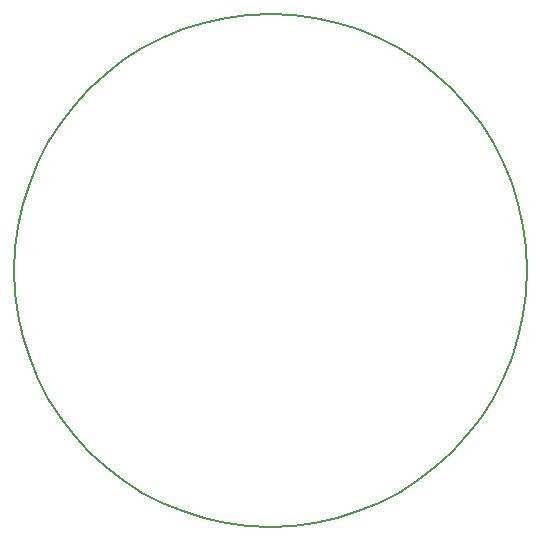
<source format=gbr>
G04 (created by PCBNEW-RS274X (2011-07-08)-stable) date Sun 15 Jan 2012 06:05:27 PM CET*
G01*
G70*
G90*
%MOIN*%
G04 Gerber Fmt 3.4, Leading zero omitted, Abs format*
%FSLAX34Y34*%
G04 APERTURE LIST*
%ADD10C,0.006000*%
%ADD11C,0.008000*%
%ADD12R,0.068000X0.068000*%
%ADD13C,0.068000*%
%ADD14R,0.031600X0.094600*%
%ADD15R,0.094600X0.031600*%
%ADD16C,0.168000*%
%ADD17R,0.067000X0.059100*%
%ADD18R,0.078800X0.070900*%
%ADD19R,0.059100X0.067000*%
%ADD20R,0.055200X0.055200*%
%ADD21R,0.067100X0.071000*%
%ADD22R,0.071000X0.067100*%
%ADD23R,0.063000X0.063000*%
%ADD24C,0.063000*%
G04 APERTURE END LIST*
G54D10*
G54D11*
X32750Y-19300D02*
X32005Y-19333D01*
X31266Y-19430D01*
X30538Y-19592D01*
X29826Y-19816D01*
X29137Y-20102D01*
X28476Y-20446D01*
X27846Y-20847D01*
X27255Y-21301D01*
X26705Y-21805D01*
X26201Y-22355D01*
X25747Y-22946D01*
X25346Y-23576D01*
X25002Y-24237D01*
X24716Y-24926D01*
X24492Y-25638D01*
X24330Y-26366D01*
X24233Y-27105D01*
X24200Y-27850D01*
X24200Y-27850D02*
X24233Y-28595D01*
X24330Y-29334D01*
X24492Y-30062D01*
X24716Y-30774D01*
X25002Y-31463D01*
X25346Y-32124D01*
X25747Y-32754D01*
X26201Y-33345D01*
X26705Y-33895D01*
X27255Y-34399D01*
X27846Y-34853D01*
X28476Y-35254D01*
X29137Y-35598D01*
X29826Y-35884D01*
X30538Y-36108D01*
X31266Y-36270D01*
X32005Y-36367D01*
X32750Y-36400D01*
X32750Y-36400D02*
X33495Y-36367D01*
X34234Y-36270D01*
X34962Y-36108D01*
X35674Y-35884D01*
X36363Y-35598D01*
X37025Y-35254D01*
X37654Y-34853D01*
X38245Y-34399D01*
X38795Y-33895D01*
X39299Y-33345D01*
X39753Y-32754D01*
X40154Y-32124D01*
X40498Y-31463D01*
X40784Y-30774D01*
X41008Y-30062D01*
X41170Y-29334D01*
X41267Y-28595D01*
X41300Y-27850D01*
X41300Y-27850D02*
X41267Y-27105D01*
X41170Y-26366D01*
X41008Y-25638D01*
X40784Y-24926D01*
X40498Y-24237D01*
X40154Y-23576D01*
X39753Y-22946D01*
X39299Y-22355D01*
X38795Y-21805D01*
X38245Y-21301D01*
X37654Y-20847D01*
X37025Y-20446D01*
X36363Y-20102D01*
X35674Y-19816D01*
X34962Y-19592D01*
X34234Y-19430D01*
X33495Y-19333D01*
X32750Y-19300D01*
%LPC*%
G54D12*
X33250Y-26850D03*
G54D13*
X32250Y-26850D03*
X33250Y-27850D03*
X32250Y-27850D03*
X33250Y-28850D03*
X32250Y-28850D03*
G54D14*
X36650Y-26827D03*
X37150Y-26827D03*
X37650Y-26827D03*
X38150Y-26827D03*
X38650Y-26827D03*
X39150Y-26827D03*
X39650Y-26827D03*
X40150Y-26827D03*
X40150Y-28873D03*
X39650Y-28873D03*
X39150Y-28873D03*
X38650Y-28873D03*
X38150Y-28873D03*
X37650Y-28873D03*
X37150Y-28873D03*
X36650Y-28873D03*
X28800Y-28873D03*
X28300Y-28873D03*
X27800Y-28873D03*
X27300Y-28873D03*
X26800Y-28873D03*
X26300Y-28873D03*
X25800Y-28873D03*
X25300Y-28873D03*
X25300Y-26827D03*
X25800Y-26827D03*
X26300Y-26827D03*
X26800Y-26827D03*
X27300Y-26827D03*
X27800Y-26827D03*
X28300Y-26827D03*
X28800Y-26827D03*
G54D15*
X33773Y-31800D03*
X33773Y-32300D03*
X33773Y-32800D03*
X33773Y-33300D03*
X33773Y-33800D03*
X33773Y-34300D03*
X33773Y-34800D03*
X33773Y-35300D03*
X31727Y-35300D03*
X31727Y-34800D03*
X31727Y-34300D03*
X31727Y-33800D03*
X31727Y-33300D03*
X31727Y-32800D03*
X31727Y-32300D03*
X31727Y-31800D03*
G54D10*
G36*
X27414Y-33759D02*
X26941Y-33286D01*
X27358Y-32869D01*
X27831Y-33342D01*
X27414Y-33759D01*
X27414Y-33759D01*
G37*
G36*
X27942Y-33231D02*
X27469Y-32758D01*
X27886Y-32341D01*
X28359Y-32814D01*
X27942Y-33231D01*
X27942Y-33231D01*
G37*
G54D16*
X30050Y-25150D03*
X35450Y-25150D03*
X30050Y-30550D03*
X35450Y-30550D03*
G54D17*
X31950Y-24176D03*
X31950Y-24924D03*
G54D18*
X33500Y-23999D03*
X33500Y-25101D03*
G54D19*
X32376Y-20000D03*
X33124Y-20000D03*
G54D20*
X32041Y-30844D03*
X32041Y-30056D03*
G54D21*
X33321Y-30450D03*
G54D20*
X34906Y-27141D03*
X35694Y-27141D03*
G54D22*
X35300Y-28421D03*
G54D20*
X29756Y-27141D03*
X30544Y-27141D03*
G54D22*
X30150Y-28421D03*
G54D23*
X30250Y-22250D03*
G54D24*
X31250Y-22250D03*
X32250Y-22250D03*
X33250Y-22250D03*
X34250Y-22250D03*
X35250Y-22250D03*
G54D10*
G36*
X27239Y-25856D02*
X26794Y-25411D01*
X27239Y-24966D01*
X27684Y-25411D01*
X27239Y-25856D01*
X27239Y-25856D01*
G37*
G54D24*
X27946Y-24704D03*
X28654Y-23996D03*
X29361Y-23289D03*
G54D10*
G36*
X38656Y-25411D02*
X38211Y-25856D01*
X37766Y-25411D01*
X38211Y-24966D01*
X38656Y-25411D01*
X38656Y-25411D01*
G37*
G54D24*
X37504Y-24704D03*
X36796Y-23996D03*
X36089Y-23289D03*
M02*

</source>
